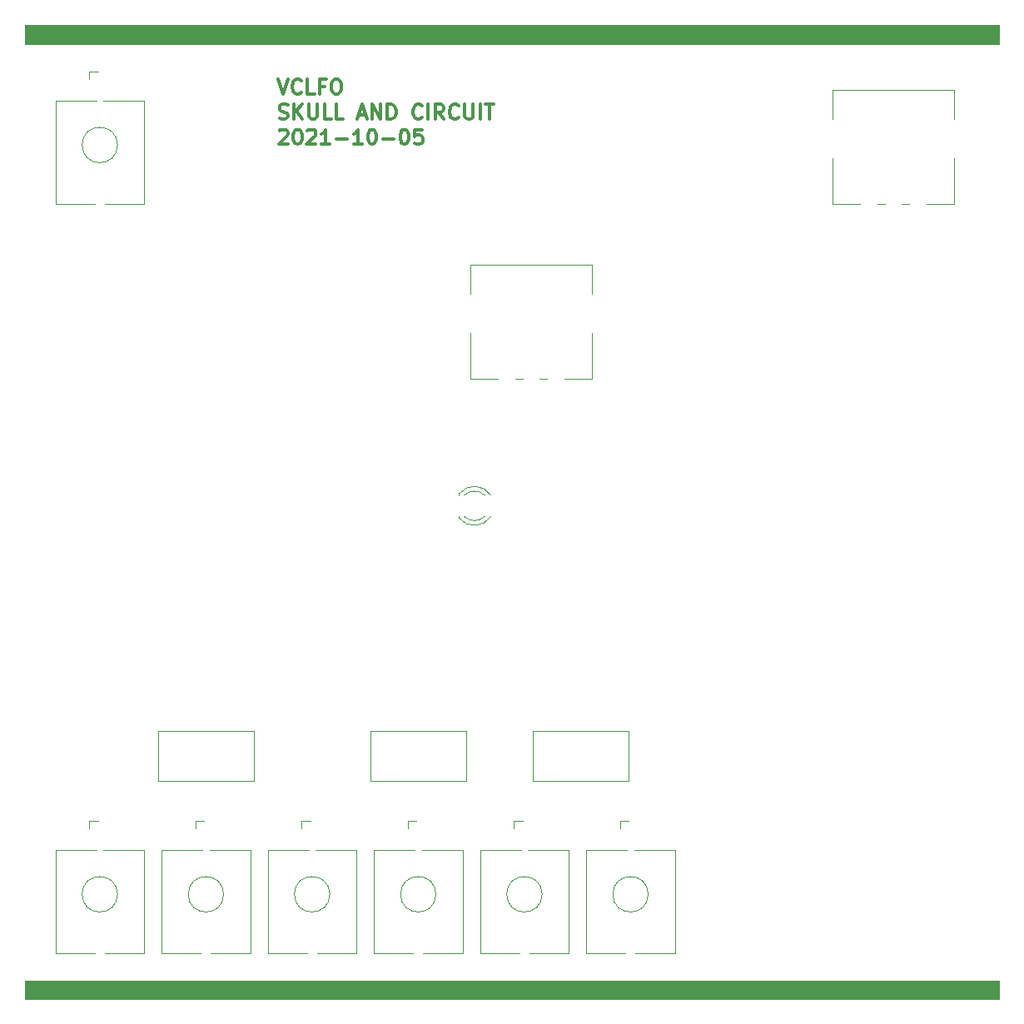
<source format=gto>
%TF.GenerationSoftware,KiCad,Pcbnew,5.1.12-1.fc34*%
%TF.CreationDate,2022-01-17T20:48:41+01:00*%
%TF.ProjectId,lfo,6c666f2e-6b69-4636-9164-5f7063625858,rev?*%
%TF.SameCoordinates,Original*%
%TF.FileFunction,Legend,Top*%
%TF.FilePolarity,Positive*%
%FSLAX46Y46*%
G04 Gerber Fmt 4.6, Leading zero omitted, Abs format (unit mm)*
G04 Created by KiCad (PCBNEW 5.1.12-1.fc34) date 2022-01-17 20:48:41*
%MOMM*%
%LPD*%
G01*
G04 APERTURE LIST*
%ADD10C,0.300000*%
%ADD11C,0.100000*%
%ADD12C,0.120000*%
%ADD13C,3.200000*%
%ADD14C,4.000000*%
%ADD15C,1.800000*%
%ADD16O,2.400000X1.600000*%
%ADD17R,2.400000X1.600000*%
%ADD18C,1.440000*%
%ADD19O,1.400000X1.400000*%
%ADD20C,1.400000*%
%ADD21R,1.050000X1.500000*%
%ADD22O,1.050000X1.500000*%
%ADD23C,2.130000*%
%ADD24R,1.930000X1.830000*%
%ADD25O,1.700000X1.700000*%
%ADD26R,1.700000X1.700000*%
%ADD27O,2.800000X2.800000*%
%ADD28R,2.800000X2.800000*%
%ADD29R,1.800000X1.800000*%
%ADD30C,1.600000*%
%ADD31R,1.600000X1.600000*%
G04 APERTURE END LIST*
D10*
X82887857Y-49968571D02*
X83387857Y-51468571D01*
X83887857Y-49968571D01*
X85245000Y-51325714D02*
X85173571Y-51397142D01*
X84959285Y-51468571D01*
X84816428Y-51468571D01*
X84602142Y-51397142D01*
X84459285Y-51254285D01*
X84387857Y-51111428D01*
X84316428Y-50825714D01*
X84316428Y-50611428D01*
X84387857Y-50325714D01*
X84459285Y-50182857D01*
X84602142Y-50040000D01*
X84816428Y-49968571D01*
X84959285Y-49968571D01*
X85173571Y-50040000D01*
X85245000Y-50111428D01*
X86602142Y-51468571D02*
X85887857Y-51468571D01*
X85887857Y-49968571D01*
X87602142Y-50682857D02*
X87102142Y-50682857D01*
X87102142Y-51468571D02*
X87102142Y-49968571D01*
X87816428Y-49968571D01*
X88673571Y-49968571D02*
X88959285Y-49968571D01*
X89102142Y-50040000D01*
X89245000Y-50182857D01*
X89316428Y-50468571D01*
X89316428Y-50968571D01*
X89245000Y-51254285D01*
X89102142Y-51397142D01*
X88959285Y-51468571D01*
X88673571Y-51468571D01*
X88530714Y-51397142D01*
X88387857Y-51254285D01*
X88316428Y-50968571D01*
X88316428Y-50468571D01*
X88387857Y-50182857D01*
X88530714Y-50040000D01*
X88673571Y-49968571D01*
X83030714Y-53947142D02*
X83245000Y-54018571D01*
X83602142Y-54018571D01*
X83745000Y-53947142D01*
X83816428Y-53875714D01*
X83887857Y-53732857D01*
X83887857Y-53590000D01*
X83816428Y-53447142D01*
X83745000Y-53375714D01*
X83602142Y-53304285D01*
X83316428Y-53232857D01*
X83173571Y-53161428D01*
X83102142Y-53090000D01*
X83030714Y-52947142D01*
X83030714Y-52804285D01*
X83102142Y-52661428D01*
X83173571Y-52590000D01*
X83316428Y-52518571D01*
X83673571Y-52518571D01*
X83887857Y-52590000D01*
X84530714Y-54018571D02*
X84530714Y-52518571D01*
X85387857Y-54018571D02*
X84745000Y-53161428D01*
X85387857Y-52518571D02*
X84530714Y-53375714D01*
X86030714Y-52518571D02*
X86030714Y-53732857D01*
X86102142Y-53875714D01*
X86173571Y-53947142D01*
X86316428Y-54018571D01*
X86602142Y-54018571D01*
X86745000Y-53947142D01*
X86816428Y-53875714D01*
X86887857Y-53732857D01*
X86887857Y-52518571D01*
X88316428Y-54018571D02*
X87602142Y-54018571D01*
X87602142Y-52518571D01*
X89530714Y-54018571D02*
X88816428Y-54018571D01*
X88816428Y-52518571D01*
X91102142Y-53590000D02*
X91816428Y-53590000D01*
X90959285Y-54018571D02*
X91459285Y-52518571D01*
X91959285Y-54018571D01*
X92459285Y-54018571D02*
X92459285Y-52518571D01*
X93316428Y-54018571D01*
X93316428Y-52518571D01*
X94030714Y-54018571D02*
X94030714Y-52518571D01*
X94387857Y-52518571D01*
X94602142Y-52590000D01*
X94745000Y-52732857D01*
X94816428Y-52875714D01*
X94887857Y-53161428D01*
X94887857Y-53375714D01*
X94816428Y-53661428D01*
X94745000Y-53804285D01*
X94602142Y-53947142D01*
X94387857Y-54018571D01*
X94030714Y-54018571D01*
X97530714Y-53875714D02*
X97459285Y-53947142D01*
X97245000Y-54018571D01*
X97102142Y-54018571D01*
X96887857Y-53947142D01*
X96745000Y-53804285D01*
X96673571Y-53661428D01*
X96602142Y-53375714D01*
X96602142Y-53161428D01*
X96673571Y-52875714D01*
X96745000Y-52732857D01*
X96887857Y-52590000D01*
X97102142Y-52518571D01*
X97245000Y-52518571D01*
X97459285Y-52590000D01*
X97530714Y-52661428D01*
X98173571Y-54018571D02*
X98173571Y-52518571D01*
X99745000Y-54018571D02*
X99245000Y-53304285D01*
X98887857Y-54018571D02*
X98887857Y-52518571D01*
X99459285Y-52518571D01*
X99602142Y-52590000D01*
X99673571Y-52661428D01*
X99745000Y-52804285D01*
X99745000Y-53018571D01*
X99673571Y-53161428D01*
X99602142Y-53232857D01*
X99459285Y-53304285D01*
X98887857Y-53304285D01*
X101245000Y-53875714D02*
X101173571Y-53947142D01*
X100959285Y-54018571D01*
X100816428Y-54018571D01*
X100602142Y-53947142D01*
X100459285Y-53804285D01*
X100387857Y-53661428D01*
X100316428Y-53375714D01*
X100316428Y-53161428D01*
X100387857Y-52875714D01*
X100459285Y-52732857D01*
X100602142Y-52590000D01*
X100816428Y-52518571D01*
X100959285Y-52518571D01*
X101173571Y-52590000D01*
X101245000Y-52661428D01*
X101887857Y-52518571D02*
X101887857Y-53732857D01*
X101959285Y-53875714D01*
X102030714Y-53947142D01*
X102173571Y-54018571D01*
X102459285Y-54018571D01*
X102602142Y-53947142D01*
X102673571Y-53875714D01*
X102745000Y-53732857D01*
X102745000Y-52518571D01*
X103459285Y-54018571D02*
X103459285Y-52518571D01*
X103959285Y-52518571D02*
X104816428Y-52518571D01*
X104387857Y-54018571D02*
X104387857Y-52518571D01*
X83030714Y-55211428D02*
X83102142Y-55140000D01*
X83245000Y-55068571D01*
X83602142Y-55068571D01*
X83745000Y-55140000D01*
X83816428Y-55211428D01*
X83887857Y-55354285D01*
X83887857Y-55497142D01*
X83816428Y-55711428D01*
X82959285Y-56568571D01*
X83887857Y-56568571D01*
X84816428Y-55068571D02*
X84959285Y-55068571D01*
X85102142Y-55140000D01*
X85173571Y-55211428D01*
X85245000Y-55354285D01*
X85316428Y-55640000D01*
X85316428Y-55997142D01*
X85245000Y-56282857D01*
X85173571Y-56425714D01*
X85102142Y-56497142D01*
X84959285Y-56568571D01*
X84816428Y-56568571D01*
X84673571Y-56497142D01*
X84602142Y-56425714D01*
X84530714Y-56282857D01*
X84459285Y-55997142D01*
X84459285Y-55640000D01*
X84530714Y-55354285D01*
X84602142Y-55211428D01*
X84673571Y-55140000D01*
X84816428Y-55068571D01*
X85887857Y-55211428D02*
X85959285Y-55140000D01*
X86102142Y-55068571D01*
X86459285Y-55068571D01*
X86602142Y-55140000D01*
X86673571Y-55211428D01*
X86745000Y-55354285D01*
X86745000Y-55497142D01*
X86673571Y-55711428D01*
X85816428Y-56568571D01*
X86745000Y-56568571D01*
X88173571Y-56568571D02*
X87316428Y-56568571D01*
X87745000Y-56568571D02*
X87745000Y-55068571D01*
X87602142Y-55282857D01*
X87459285Y-55425714D01*
X87316428Y-55497142D01*
X88816428Y-55997142D02*
X89959285Y-55997142D01*
X91459285Y-56568571D02*
X90602142Y-56568571D01*
X91030714Y-56568571D02*
X91030714Y-55068571D01*
X90887857Y-55282857D01*
X90745000Y-55425714D01*
X90602142Y-55497142D01*
X92387857Y-55068571D02*
X92530714Y-55068571D01*
X92673571Y-55140000D01*
X92745000Y-55211428D01*
X92816428Y-55354285D01*
X92887857Y-55640000D01*
X92887857Y-55997142D01*
X92816428Y-56282857D01*
X92745000Y-56425714D01*
X92673571Y-56497142D01*
X92530714Y-56568571D01*
X92387857Y-56568571D01*
X92245000Y-56497142D01*
X92173571Y-56425714D01*
X92102142Y-56282857D01*
X92030714Y-55997142D01*
X92030714Y-55640000D01*
X92102142Y-55354285D01*
X92173571Y-55211428D01*
X92245000Y-55140000D01*
X92387857Y-55068571D01*
X93530714Y-55997142D02*
X94673571Y-55997142D01*
X95673571Y-55068571D02*
X95816428Y-55068571D01*
X95959285Y-55140000D01*
X96030714Y-55211428D01*
X96102142Y-55354285D01*
X96173571Y-55640000D01*
X96173571Y-55997142D01*
X96102142Y-56282857D01*
X96030714Y-56425714D01*
X95959285Y-56497142D01*
X95816428Y-56568571D01*
X95673571Y-56568571D01*
X95530714Y-56497142D01*
X95459285Y-56425714D01*
X95387857Y-56282857D01*
X95316428Y-55997142D01*
X95316428Y-55640000D01*
X95387857Y-55354285D01*
X95459285Y-55211428D01*
X95530714Y-55140000D01*
X95673571Y-55068571D01*
X97530714Y-55068571D02*
X96816428Y-55068571D01*
X96745000Y-55782857D01*
X96816428Y-55711428D01*
X96959285Y-55640000D01*
X97316428Y-55640000D01*
X97459285Y-55711428D01*
X97530714Y-55782857D01*
X97602142Y-55925714D01*
X97602142Y-56282857D01*
X97530714Y-56425714D01*
X97459285Y-56497142D01*
X97316428Y-56568571D01*
X96959285Y-56568571D01*
X96816428Y-56497142D01*
X96745000Y-56425714D01*
D11*
G36*
X156210000Y-143510000D02*
G01*
X57150000Y-143510000D01*
X57150000Y-141605000D01*
X156210000Y-141605000D01*
X156210000Y-143510000D01*
G37*
X156210000Y-143510000D02*
X57150000Y-143510000D01*
X57150000Y-141605000D01*
X156210000Y-141605000D01*
X156210000Y-143510000D01*
G36*
X156210000Y-46355000D02*
G01*
X57150000Y-46355000D01*
X57150000Y-44450000D01*
X156210000Y-44450000D01*
X156210000Y-46355000D01*
G37*
X156210000Y-46355000D02*
X57150000Y-46355000D01*
X57150000Y-44450000D01*
X156210000Y-44450000D01*
X156210000Y-46355000D01*
D12*
X102455000Y-80400000D02*
X102455000Y-75734000D01*
X102455000Y-71825000D02*
X102455000Y-68810000D01*
X114795000Y-80400000D02*
X114795000Y-75734000D01*
X114795000Y-71825000D02*
X114795000Y-68810000D01*
X102455000Y-80400000D02*
X105254000Y-80400000D01*
X106996000Y-80400000D02*
X107755000Y-80400000D01*
X109496000Y-80400000D02*
X110255000Y-80400000D01*
X111995000Y-80400000D02*
X114795000Y-80400000D01*
X102455000Y-68810000D02*
X114795000Y-68810000D01*
X118550000Y-121275000D02*
X108780000Y-121275000D01*
X118550000Y-116205000D02*
X108780000Y-116205000D01*
X118550000Y-121275000D02*
X118550000Y-116205000D01*
X108780000Y-121275000D02*
X108780000Y-116205000D01*
X102040000Y-121275000D02*
X92270000Y-121275000D01*
X102040000Y-116205000D02*
X92270000Y-116205000D01*
X102040000Y-121275000D02*
X102040000Y-116205000D01*
X92270000Y-121275000D02*
X92270000Y-116205000D01*
X139285000Y-62620000D02*
X139285000Y-57954000D01*
X139285000Y-54045000D02*
X139285000Y-51030000D01*
X151625000Y-62620000D02*
X151625000Y-57954000D01*
X151625000Y-54045000D02*
X151625000Y-51030000D01*
X139285000Y-62620000D02*
X142084000Y-62620000D01*
X143826000Y-62620000D02*
X144585000Y-62620000D01*
X146326000Y-62620000D02*
X147085000Y-62620000D01*
X148825000Y-62620000D02*
X151625000Y-62620000D01*
X139285000Y-51030000D02*
X151625000Y-51030000D01*
X80450000Y-121275000D02*
X70680000Y-121275000D01*
X80450000Y-116205000D02*
X70680000Y-116205000D01*
X80450000Y-121275000D02*
X80450000Y-116205000D01*
X70680000Y-121275000D02*
X70680000Y-116205000D01*
X71065000Y-128345000D02*
X71065000Y-138845000D01*
X80065000Y-128345000D02*
X80065000Y-138845000D01*
X80065000Y-138845000D02*
X76065000Y-138845000D01*
X75065000Y-138845000D02*
X71065000Y-138845000D01*
X80065000Y-128345000D02*
X75915000Y-128345000D01*
X75215000Y-128345000D02*
X71065000Y-128345000D01*
X77365000Y-132845000D02*
G75*
G03*
X77365000Y-132845000I-1800000J0D01*
G01*
X74505000Y-125365000D02*
X74505000Y-126165000D01*
X74505000Y-125365000D02*
X75365000Y-125365000D01*
X92655000Y-128345000D02*
X92655000Y-138845000D01*
X101655000Y-128345000D02*
X101655000Y-138845000D01*
X101655000Y-138845000D02*
X97655000Y-138845000D01*
X96655000Y-138845000D02*
X92655000Y-138845000D01*
X101655000Y-128345000D02*
X97505000Y-128345000D01*
X96805000Y-128345000D02*
X92655000Y-128345000D01*
X98955000Y-132845000D02*
G75*
G03*
X98955000Y-132845000I-1800000J0D01*
G01*
X96095000Y-125365000D02*
X96095000Y-126165000D01*
X96095000Y-125365000D02*
X96955000Y-125365000D01*
X103450000Y-128345000D02*
X103450000Y-138845000D01*
X112450000Y-128345000D02*
X112450000Y-138845000D01*
X112450000Y-138845000D02*
X108450000Y-138845000D01*
X107450000Y-138845000D02*
X103450000Y-138845000D01*
X112450000Y-128345000D02*
X108300000Y-128345000D01*
X107600000Y-128345000D02*
X103450000Y-128345000D01*
X109750000Y-132845000D02*
G75*
G03*
X109750000Y-132845000I-1800000J0D01*
G01*
X106890000Y-125365000D02*
X106890000Y-126165000D01*
X106890000Y-125365000D02*
X107750000Y-125365000D01*
X81860000Y-128345000D02*
X81860000Y-138845000D01*
X90860000Y-128345000D02*
X90860000Y-138845000D01*
X90860000Y-138845000D02*
X86860000Y-138845000D01*
X85860000Y-138845000D02*
X81860000Y-138845000D01*
X90860000Y-128345000D02*
X86710000Y-128345000D01*
X86010000Y-128345000D02*
X81860000Y-128345000D01*
X88160000Y-132845000D02*
G75*
G03*
X88160000Y-132845000I-1800000J0D01*
G01*
X85300000Y-125365000D02*
X85300000Y-126165000D01*
X85300000Y-125365000D02*
X86160000Y-125365000D01*
X60270000Y-128345000D02*
X60270000Y-138845000D01*
X69270000Y-128345000D02*
X69270000Y-138845000D01*
X69270000Y-138845000D02*
X65270000Y-138845000D01*
X64270000Y-138845000D02*
X60270000Y-138845000D01*
X69270000Y-128345000D02*
X65120000Y-128345000D01*
X64420000Y-128345000D02*
X60270000Y-128345000D01*
X66570000Y-132845000D02*
G75*
G03*
X66570000Y-132845000I-1800000J0D01*
G01*
X63710000Y-125365000D02*
X63710000Y-126165000D01*
X63710000Y-125365000D02*
X64570000Y-125365000D01*
X114245000Y-128345000D02*
X114245000Y-138845000D01*
X123245000Y-128345000D02*
X123245000Y-138845000D01*
X123245000Y-138845000D02*
X119245000Y-138845000D01*
X118245000Y-138845000D02*
X114245000Y-138845000D01*
X123245000Y-128345000D02*
X119095000Y-128345000D01*
X118395000Y-128345000D02*
X114245000Y-128345000D01*
X120545000Y-132845000D02*
G75*
G03*
X120545000Y-132845000I-1800000J0D01*
G01*
X117685000Y-125365000D02*
X117685000Y-126165000D01*
X117685000Y-125365000D02*
X118545000Y-125365000D01*
X60270000Y-52145000D02*
X60270000Y-62645000D01*
X69270000Y-52145000D02*
X69270000Y-62645000D01*
X69270000Y-62645000D02*
X65270000Y-62645000D01*
X64270000Y-62645000D02*
X60270000Y-62645000D01*
X69270000Y-52145000D02*
X65120000Y-52145000D01*
X64420000Y-52145000D02*
X60270000Y-52145000D01*
X66570000Y-56645000D02*
G75*
G03*
X66570000Y-56645000I-1800000J0D01*
G01*
X63710000Y-49165000D02*
X63710000Y-49965000D01*
X63710000Y-49165000D02*
X64570000Y-49165000D01*
X101310000Y-92109000D02*
X101310000Y-92265000D01*
X101310000Y-94425000D02*
X101310000Y-94581000D01*
X103911130Y-94424837D02*
G75*
G02*
X101829039Y-94425000I-1041130J1079837D01*
G01*
X103911130Y-92265163D02*
G75*
G03*
X101829039Y-92265000I-1041130J-1079837D01*
G01*
X104542335Y-94423608D02*
G75*
G02*
X101310000Y-94580516I-1672335J1078608D01*
G01*
X104542335Y-92266392D02*
G75*
G03*
X101310000Y-92109484I-1672335J-1078608D01*
G01*
%LPC*%
D13*
X151130000Y-135890000D03*
X151130000Y-73025000D03*
X130810000Y-52070000D03*
D14*
X113375000Y-73780000D03*
X103875000Y-73780000D03*
D15*
X111125000Y-81280000D03*
X108625000Y-81280000D03*
X106125000Y-81280000D03*
D16*
X111760000Y-102235000D03*
X119380000Y-109855000D03*
X111760000Y-104775000D03*
X119380000Y-107315000D03*
X111760000Y-107315000D03*
X119380000Y-104775000D03*
X111760000Y-109855000D03*
D17*
X119380000Y-102235000D03*
D16*
X79375000Y-94615000D03*
X86995000Y-109855000D03*
X79375000Y-97155000D03*
X86995000Y-107315000D03*
X79375000Y-99695000D03*
X86995000Y-104775000D03*
X79375000Y-102235000D03*
X86995000Y-102235000D03*
X79375000Y-104775000D03*
X86995000Y-99695000D03*
X79375000Y-107315000D03*
X86995000Y-97155000D03*
X79375000Y-109855000D03*
D17*
X86995000Y-94615000D03*
D16*
X79375000Y-68580000D03*
X86995000Y-83820000D03*
X79375000Y-71120000D03*
X86995000Y-81280000D03*
X79375000Y-73660000D03*
X86995000Y-78740000D03*
X79375000Y-76200000D03*
X86995000Y-76200000D03*
X79375000Y-78740000D03*
X86995000Y-73660000D03*
X79375000Y-81280000D03*
X86995000Y-71120000D03*
X79375000Y-83820000D03*
D17*
X86995000Y-68580000D03*
D18*
X116205000Y-118745000D03*
X113665000Y-118745000D03*
X111125000Y-118745000D03*
X99695000Y-118745000D03*
X97155000Y-118745000D03*
X94615000Y-118745000D03*
D14*
X150205000Y-56000000D03*
X140705000Y-56000000D03*
D15*
X147955000Y-63500000D03*
X145455000Y-63500000D03*
X142955000Y-63500000D03*
D19*
X100965000Y-104775000D03*
D20*
X108585000Y-104775000D03*
D19*
X128905000Y-90805000D03*
D20*
X128905000Y-98425000D03*
D19*
X128905000Y-88265000D03*
D20*
X128905000Y-80645000D03*
D19*
X90170000Y-67945000D03*
D20*
X97790000Y-67945000D03*
D19*
X79375000Y-123190000D03*
D20*
X71755000Y-123190000D03*
D19*
X100965000Y-123190000D03*
D20*
X93345000Y-123190000D03*
D19*
X76200000Y-94615000D03*
D20*
X68580000Y-94615000D03*
D19*
X90170000Y-123190000D03*
D20*
X82550000Y-123190000D03*
D19*
X68580000Y-97155000D03*
D20*
X76200000Y-97155000D03*
D19*
X90170000Y-110490000D03*
D20*
X97790000Y-110490000D03*
D19*
X111760000Y-123190000D03*
D20*
X104140000Y-123190000D03*
D18*
X78105000Y-118745000D03*
X75565000Y-118745000D03*
X73025000Y-118745000D03*
D19*
X100965000Y-107315000D03*
D20*
X108585000Y-107315000D03*
D19*
X90170000Y-105410000D03*
D20*
X97790000Y-105410000D03*
D19*
X97790000Y-107950000D03*
D20*
X90170000Y-107950000D03*
D19*
X130175000Y-102235000D03*
D20*
X122555000Y-102235000D03*
D19*
X127000000Y-116205000D03*
D20*
X127000000Y-123825000D03*
D19*
X129540000Y-116205000D03*
D20*
X129540000Y-123825000D03*
D19*
X97790000Y-93980000D03*
D20*
X90170000Y-93980000D03*
D19*
X130175000Y-104775000D03*
D20*
X122555000Y-104775000D03*
D19*
X130175000Y-107315000D03*
D20*
X122555000Y-107315000D03*
D19*
X100965000Y-112395000D03*
D20*
X108585000Y-112395000D03*
D19*
X97790000Y-99060000D03*
D20*
X90170000Y-99060000D03*
D19*
X97790000Y-96520000D03*
D20*
X90170000Y-96520000D03*
D19*
X68580000Y-123190000D03*
D20*
X60960000Y-123190000D03*
D19*
X108585000Y-102235000D03*
D20*
X100965000Y-102235000D03*
D19*
X60960000Y-120650000D03*
D20*
X68580000Y-120650000D03*
D19*
X68580000Y-105410000D03*
D20*
X76200000Y-105410000D03*
D19*
X76200000Y-107950000D03*
D20*
X68580000Y-107950000D03*
D19*
X100965000Y-109855000D03*
D20*
X108585000Y-109855000D03*
D19*
X122555000Y-123190000D03*
D20*
X114935000Y-123190000D03*
D19*
X76200000Y-71120000D03*
D20*
X68580000Y-71120000D03*
D19*
X107315000Y-94615000D03*
D20*
X107315000Y-86995000D03*
D19*
X68580000Y-68580000D03*
D20*
X76200000Y-68580000D03*
D19*
X97790000Y-88900000D03*
D20*
X90170000Y-88900000D03*
D19*
X90170000Y-79375000D03*
D20*
X97790000Y-79375000D03*
D19*
X68580000Y-78740000D03*
D20*
X76200000Y-78740000D03*
D19*
X76200000Y-86360000D03*
D20*
X68580000Y-86360000D03*
D19*
X68580000Y-81280000D03*
D20*
X76200000Y-81280000D03*
D19*
X68580000Y-83820000D03*
D20*
X76200000Y-83820000D03*
D19*
X97790000Y-84455000D03*
D20*
X90170000Y-84455000D03*
D19*
X97790000Y-81915000D03*
D20*
X90170000Y-81915000D03*
D19*
X97790000Y-73025000D03*
D20*
X90170000Y-73025000D03*
D19*
X97790000Y-70485000D03*
D20*
X90170000Y-70485000D03*
D21*
X120650000Y-118745000D03*
D22*
X123190000Y-118745000D03*
X121920000Y-118745000D03*
D21*
X62865000Y-106045000D03*
D22*
X65405000Y-106045000D03*
X64135000Y-106045000D03*
D21*
X104140000Y-118745000D03*
D22*
X106680000Y-118745000D03*
X105410000Y-118745000D03*
D21*
X101600000Y-86995000D03*
D22*
X104140000Y-86995000D03*
X102870000Y-86995000D03*
D21*
X62865000Y-84455000D03*
D22*
X65405000Y-84455000D03*
X64135000Y-84455000D03*
D23*
X75565000Y-137765000D03*
D24*
X75565000Y-126365000D03*
D23*
X75565000Y-129465000D03*
X97155000Y-137765000D03*
D24*
X97155000Y-126365000D03*
D23*
X97155000Y-129465000D03*
X107950000Y-137765000D03*
D24*
X107950000Y-126365000D03*
D23*
X107950000Y-129465000D03*
X86360000Y-137765000D03*
D24*
X86360000Y-126365000D03*
D23*
X86360000Y-129465000D03*
X64770000Y-137765000D03*
D24*
X64770000Y-126365000D03*
D23*
X64770000Y-129465000D03*
X118745000Y-137765000D03*
D24*
X118745000Y-126365000D03*
D23*
X118745000Y-129465000D03*
D25*
X141605000Y-95250000D03*
X144145000Y-95250000D03*
X141605000Y-92710000D03*
X144145000Y-92710000D03*
X141605000Y-90170000D03*
X144145000Y-90170000D03*
X141605000Y-87630000D03*
X144145000Y-87630000D03*
X141605000Y-85090000D03*
D26*
X144145000Y-85090000D03*
D23*
X64770000Y-61565000D03*
D24*
X64770000Y-50165000D03*
D23*
X64770000Y-53265000D03*
D27*
X124460000Y-95885000D03*
D28*
X124460000Y-83185000D03*
D27*
X119380000Y-95885000D03*
D28*
X119380000Y-83185000D03*
D15*
X104140000Y-93345000D03*
D29*
X101600000Y-93345000D03*
D30*
X144145000Y-109220000D03*
D31*
X142145000Y-109220000D03*
D30*
X144240000Y-73025000D03*
D31*
X142240000Y-73025000D03*
D30*
X79415000Y-87630000D03*
X81915000Y-87630000D03*
X123230000Y-110490000D03*
X125730000Y-110490000D03*
X114260000Y-98425000D03*
X111760000Y-98425000D03*
X75525000Y-102235000D03*
X73025000Y-102235000D03*
X93305000Y-102235000D03*
X90805000Y-102235000D03*
X75525000Y-75565000D03*
X73025000Y-75565000D03*
X93305000Y-76200000D03*
X90805000Y-76200000D03*
M02*

</source>
